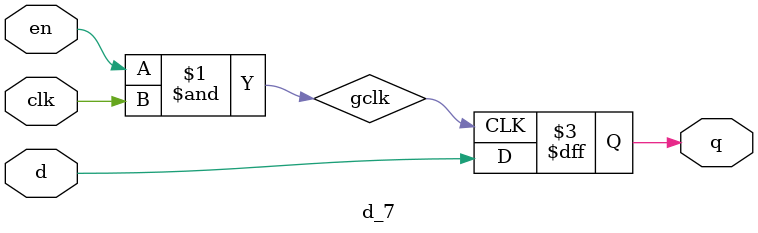
<source format=v>

module d_7(input d,input clk, input en, output reg q);
  wire gclk;
 assign  gclk = en & clk;
  always @(posedge gclk)
  begin
    q <=d;
  end
endmodule

  

</source>
